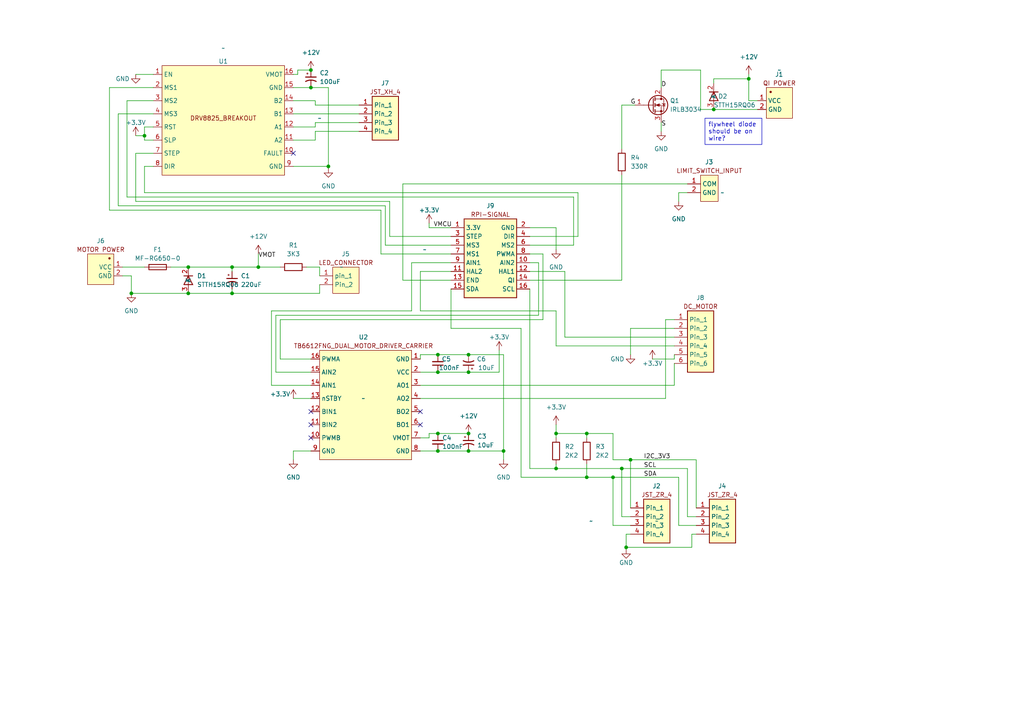
<source format=kicad_sch>
(kicad_sch (version 20230121) (generator eeschema)
  (paper "A4")
  (lib_symbols
    (symbol "1_Bachelors_Symbols:DRV8825_Stepper_Motor_Driver_Carrier"
      (property "Reference" "U" (at 0 17.78 0))
      (symbol "DRV8825_Stepper_Motor_Driver_Carrier_1_1"
        (rectangle (start -17.78 15.24) (end 17.78 -16.51) (fill (type background)))
        (text "DRV8825_BREAKOUT" (at 0 0 0) (effects (font (size 1.27 1.27))))
        (pin input line (at -20.32 12.7 0) (length 2.54) (name "EN") (number "1"))
        (pin input line (at 20.32 -10.16 180) (length 2.54) (name "FAULT") (number "10"))
        (pin input line (at 20.32 -6.35 180) (length 2.54) (name "A2") (number "11"))
        (pin input line (at 20.32 -2.54 180) (length 2.54) (name "A1") (number "12"))
        (pin input line (at 20.32 1.27 180) (length 2.54) (name "B1") (number "13"))
        (pin input line (at 20.32 5.08 180) (length 2.54) (name "B2") (number "14"))
        (pin power_in line (at 20.32 8.89 180) (length 2.54) (name "GND") (number "15"))
        (pin input line (at 20.32 12.7 180) (length 2.54) (name "VMOT") (number "16"))
        (pin input line (at -20.32 8.89 0) (length 2.54) (name "MS1") (number "2"))
        (pin input line (at -20.32 5.08 0) (length 2.54) (name "MS2") (number "3"))
        (pin input line (at -20.32 1.27 0) (length 2.54) (name "MS3") (number "4"))
        (pin input line (at -20.32 -2.54 0) (length 2.54) (name "RST") (number "5"))
        (pin input line (at -20.32 -6.35 0) (length 2.54) (name "SLP") (number "6"))
        (pin input line (at -20.32 -10.16 0) (length 2.54) (name "STEP") (number "7"))
        (pin input line (at -20.32 -13.97 0) (length 2.54) (name "DIR") (number "8"))
        (pin power_in line (at 20.32 -13.97 180) (length 2.54) (name "GND") (number "9"))
      )
    )
    (symbol "1_Bachelors_Symbols:Diode_D2PAK"
      (property "Reference" "D" (at 0 2.54 0))
      (symbol "Diode_D2PAK_0_1"
        (polyline (pts (xy -1.27 1.27) (xy -1.27 -1.27)) (stroke (width 0.254)))
        (polyline (pts (xy 1.27 0) (xy -1.27 0)))
        (polyline (pts (xy 1.27 1.27) (xy 1.27 -1.27) (xy -1.27 0) (xy 1.27 1.27)) (stroke (width 0.254)))
      )
      (symbol "Diode_D2PAK_1_1"
        (pin passive line (at -3.81 0 0) (length 2.54) (name "K") (number "2"))
        (pin passive line (at 3.81 0 180) (length 2.54) (name "A") (number "3"))
      )
    )
    (symbol "1_Bachelors_Symbols:JL129-50002G01"
      (property "Reference" "JP" (at 0 8.89 0))
      (symbol "JL129-50002G01_1_1"
        (rectangle (start -3.81 5.08) (end 3.81 -3.81) (fill (type background)))
        (circle (center 2.54 3.81) (radius 0.254) (fill (type outline)))
        (text "MOTOR POWER\n" (at 0 6.35 0) (effects (font (size 1.27 1.27))))
        (pin power_in line (at 6.35 1.27 180) (length 2.54) (name "VCC") (number "1"))
        (pin power_in line (at 6.35 -1.27 180) (length 2.54) (name "GND") (number "2"))
      )
    )
    (symbol "1_Bachelors_Symbols:JP5"
      (property "Reference" "J" (at 0 12.7 0))
      (symbol "JP5_1_1"
        (rectangle (start -3.81 8.89) (end 3.81 -8.89) (stroke (width 0.254)) (fill (type background)))
        (text "DC_MOTOR" (at 0 10.16 0) (effects (font (size 1.27 1.27))))
        (pin passive line (at -7.62 6.35 0) (length 3.81) (name "Pin_1") (number "1"))
        (pin passive line (at -7.62 3.81 0) (length 3.81) (name "Pin_2") (number "2"))
        (pin passive line (at -7.62 1.27 0) (length 3.81) (name "Pin_3") (number "3"))
        (pin passive line (at -7.62 -1.27 0) (length 3.81) (name "Pin_4") (number "4"))
        (pin passive line (at -7.62 -3.81 0) (length 3.81) (name "Pin_5") (number "5"))
        (pin passive line (at -7.62 -6.35 0) (length 3.81) (name "Pin_6") (number "6"))
      )
    )
    (symbol "1_Bachelors_Symbols:JST_VH_4"
      (property "Reference" "J" (at 0 10.16 0))
      (symbol "JST_VH_4_1_1"
        (rectangle (start -3.81 6.35) (end 3.81 -6.35) (stroke (width 0.254)) (fill (type background)))
        (text "JST_ZR_4\n" (at 0 7.62 0) (effects (font (size 1.27 1.27))))
        (pin passive line (at -7.62 3.81 0) (length 3.81) (name "Pin_1") (number "1"))
        (pin passive line (at -7.62 1.27 0) (length 3.81) (name "Pin_2") (number "2"))
        (pin passive line (at -7.62 -1.27 0) (length 3.81) (name "Pin_3") (number "3"))
        (pin passive line (at -7.62 -3.81 0) (length 3.81) (name "Pin_4") (number "4"))
      )
    )
    (symbol "1_Bachelors_Symbols:JST_XH_4"
      (property "Reference" "J" (at 0 10.16 0))
      (symbol "JST_XH_4_1_1"
        (rectangle (start -3.81 6.35) (end 3.81 -6.35) (stroke (width 0.254)) (fill (type background)))
        (text "JST_XH_4\n" (at 0 7.62 0) (effects (font (size 1.27 1.27))))
        (pin passive line (at -7.62 3.81 0) (length 3.81) (name "Pin_1") (number "1"))
        (pin passive line (at -7.62 1.27 0) (length 3.81) (name "Pin_2") (number "2"))
        (pin passive line (at -7.62 -1.27 0) (length 3.81) (name "Pin_3") (number "3"))
        (pin passive line (at -7.62 -3.81 0) (length 3.81) (name "Pin_4") (number "4"))
      )
    )
    (symbol "1_Bachelors_Symbols:LED_Connector"
      (property "Reference" "J" (at 0 7.62 0))
      (symbol "LED_Connector_1_1"
        (rectangle (start -3.81 3.81) (end 3.81 -3.81) (fill (type background)))
        (text "LED_CONNECTOR" (at 0 5.08 0) (effects (font (size 1.27 1.27))))
        (pin passive line (at -7.62 1.27 0) (length 3.81) (name "pin_1") (number "1"))
        (pin passive line (at -7.62 -1.27 0) (length 3.81) (name "Pin_2") (number "2"))
      )
    )
    (symbol "1_Bachelors_Symbols:Limit_switch_input"
      (property "Reference" "J" (at 0 7.62 0))
      (symbol "Limit_switch_input_1_1"
        (rectangle (start -2.54 3.81) (end 2.54 -3.81) (fill (type background)))
        (text "LIMIT_SWITCH_INPUT" (at 0 5.08 0) (effects (font (size 1.27 1.27))))
        (pin input line (at -6.35 1.27 0) (length 3.81) (name "COM") (number "1"))
        (pin power_in line (at -6.35 -1.27 0) (length 3.81) (name "GND") (number "2"))
      )
    )
    (symbol "1_Bachelors_Symbols:PH{colon}2.54MM 2*6P"
      (property "Reference" "J" (at 0 12.7 0))
      (symbol "PH{colon}2.54MM 2*6P_1_1"
        (rectangle (start -7.62 8.89) (end 7.62 -13.97) (stroke (width 0.254)) (fill (type background)))
        (text "RPI-SIGNAL" (at 0 10.16 0) (effects (font (size 1.27 1.27))))
        (pin power_in line (at -11.43 6.35 0) (length 3.81) (name "3.3V") (number "1"))
        (pin passive line (at 11.43 -3.81 180) (length 3.81) (name "AIN2") (number "10"))
        (pin passive line (at -11.43 -6.35 0) (length 3.81) (name "HAL2") (number "11"))
        (pin passive line (at 11.43 -6.35 180) (length 3.81) (name "HAL1") (number "12"))
        (pin passive line (at -11.43 -8.89 0) (length 3.81) (name "END") (number "13"))
        (pin passive line (at 11.43 -8.89 180) (length 3.81) (name "QI") (number "14"))
        (pin passive line (at -11.43 -11.43 0) (length 3.81) (name "SDA") (number "15"))
        (pin passive line (at 11.43 -11.43 180) (length 3.81) (name "SCL") (number "16"))
        (pin power_in line (at 11.43 6.35 180) (length 3.81) (name "GND") (number "2"))
        (pin passive line (at -11.43 3.81 0) (length 3.81) (name "STEP") (number "3"))
        (pin passive line (at 11.43 3.81 180) (length 3.81) (name "DIR") (number "4"))
        (pin passive line (at -11.43 1.27 0) (length 3.81) (name "MS3") (number "5"))
        (pin passive line (at 11.43 1.27 180) (length 3.81) (name "MS2") (number "6"))
        (pin passive line (at -11.43 -1.27 0) (length 3.81) (name "MS1") (number "7"))
        (pin passive line (at 11.43 -1.27 180) (length 3.81) (name "PWMA") (number "8"))
        (pin passive line (at -11.43 -3.81 0) (length 3.81) (name "AIN1") (number "9"))
      )
    )
    (symbol "1_Bachelors_Symbols:QI-POWER"
      (property "Reference" "J" (at 0 8.89 0))
      (symbol "QI-POWER_1_1"
        (rectangle (start -3.81 3.81) (end 3.81 -5.08) (fill (type background)))
        (circle (center 2.54 2.54) (radius 0.254) (fill (type outline)))
        (text "QI POWER\n" (at 0 5.08 0) (effects (font (size 1.27 1.27))))
        (pin power_in line (at 6.35 0 180) (length 2.54) (name "VCC") (number "1"))
        (pin power_in line (at 6.35 -2.54 180) (length 2.54) (name "GND") (number "2"))
      )
    )
    (symbol "1_Bachelors_Symbols:TB6612FNG_DUAL_MOTOR_DRIVER_CARRIER"
      (property "Reference" "U" (at 0 19.05 0))
      (symbol "TB6612FNG_DUAL_MOTOR_DRIVER_CARRIER_1_1"
        (rectangle (start -12.7 15.24) (end 13.97 -16.51) (fill (type background)))
        (text "TB6612FNG_DUAL_MOTOR_DRIVER_CARRIER" (at 0 16.51 0) (effects (font (size 1.27 1.27))))
        (pin power_in line (at 16.51 12.7 180) (length 2.54) (name "GND") (number "1"))
        (pin input line (at -15.24 -10.16 0) (length 2.54) (name "PWMB") (number "10"))
        (pin input line (at -15.24 -6.35 0) (length 2.54) (name "BIN2") (number "11"))
        (pin input line (at -15.24 -2.54 0) (length 2.54) (name "BIN1") (number "12"))
        (pin input line (at -15.24 1.27 0) (length 2.54) (name "nSTBY") (number "13"))
        (pin input line (at -15.24 5.08 0) (length 2.54) (name "AIN1") (number "14"))
        (pin input line (at -15.24 8.89 0) (length 2.54) (name "AIN2") (number "15"))
        (pin input line (at -15.24 12.7 0) (length 2.54) (name "PWMA") (number "16"))
        (pin power_in line (at 16.51 8.89 180) (length 2.54) (name "VCC") (number "2"))
        (pin input line (at 16.51 5.08 180) (length 2.54) (name "AO1") (number "3"))
        (pin input line (at 16.51 1.27 180) (length 2.54) (name "AO2") (number "4"))
        (pin input line (at 16.51 -2.54 180) (length 2.54) (name "BO2") (number "5"))
        (pin input line (at 16.51 -6.35 180) (length 2.54) (name "BO1") (number "6"))
        (pin power_in line (at 16.51 -10.16 180) (length 2.54) (name "VMOT") (number "7"))
        (pin power_in line (at 16.51 -13.97 180) (length 2.54) (name "GND") (number "8"))
        (pin power_in line (at -15.24 -13.97 0) (length 2.54) (name "GND") (number "9"))
      )
    )
    (symbol "Device:C_Polarized_Small_US" (pin_numbers hide) (pin_names (offset 0.254) hide)
      (property "Reference" "C" (at 0.254 1.778 0))
      (property "Value" "C_Polarized_Small_US" (at 0.254 -2.032 0))
      (symbol "C_Polarized_Small_US_0_1"
        (polyline (pts (xy -1.524 0.508) (xy 1.524 0.508)) (stroke (width 0.3048)))
        (polyline (pts (xy -1.27 1.524) (xy -0.762 1.524)))
        (polyline (pts (xy -1.016 1.27) (xy -1.016 1.778)))
        (arc (start 1.524 -0.762) (mid 0 -0.3734) (end -1.524 -0.762) (stroke (width 0.3048)))
      )
      (symbol "C_Polarized_Small_US_1_1"
        (pin passive line (at 0 2.54 270) (length 2.032) (name "~") (number "1"))
        (pin passive line (at 0 -2.54 90) (length 2.032) (name "~") (number "2"))
      )
    )
    (symbol "Device:C_Small" (pin_numbers hide) (pin_names (offset 0.254) hide)
      (property "Reference" "C" (at 0.254 1.778 0))
      (property "Value" "C_Small" (at 0.254 -2.032 0))
      (symbol "C_Small_0_1"
        (polyline (pts (xy -1.524 -0.508) (xy 1.524 -0.508)) (stroke (width 0.3302)))
        (polyline (pts (xy -1.524 0.508) (xy 1.524 0.508)) (stroke (width 0.3048)))
      )
      (symbol "C_Small_1_1"
        (pin passive line (at 0 2.54 270) (length 2.032) (name "~") (number "1"))
        (pin passive line (at 0 -2.54 90) (length 2.032) (name "~") (number "2"))
      )
    )
    (symbol "Device:Fuse" (pin_numbers hide) (pin_names (offset 0))
      (property "Reference" "F" (at 2.032 0 90))
      (property "Value" "Fuse" (at -1.905 0 90))
      (symbol "Fuse_0_1"
        (rectangle (start -0.762 -2.54) (end 0.762 2.54) (stroke (width 0.254)))
        (polyline (pts (xy 0 2.54) (xy 0 -2.54)))
      )
      (symbol "Fuse_1_1"
        (pin passive line (at 0 3.81 270) (length 1.27) (name "~") (number "1"))
        (pin passive line (at 0 -3.81 90) (length 1.27) (name "~") (number "2"))
      )
    )
    (symbol "Device:R" (pin_numbers hide) (pin_names (offset 0))
      (property "Reference" "R" (at 2.032 0 90))
      (property "Value" "R" (at 0 0 90))
      (symbol "R_0_1"
        (rectangle (start -1.016 -2.54) (end 1.016 2.54) (stroke (width 0.254)))
      )
      (symbol "R_1_1"
        (pin passive line (at 0 3.81 270) (length 1.27) (name "~") (number "1"))
        (pin passive line (at 0 -3.81 90) (length 1.27) (name "~") (number "2"))
      )
    )
    (symbol "Transistor_FET:IRF540N" (pin_names hide)
      (property "Reference" "Q" (at 5.08 1.905 0))
      (property "Value" "IRF540N" (at 5.08 0 0))
      (symbol "IRF540N_0_1"
        (polyline (pts (xy 0.254 0) (xy -2.54 0)))
        (polyline (pts (xy 0.254 1.905) (xy 0.254 -1.905)) (stroke (width 0.254)))
        (polyline (pts (xy 0.762 -1.27) (xy 0.762 -2.286)) (stroke (width 0.254)))
        (polyline (pts (xy 0.762 0.508) (xy 0.762 -0.508)) (stroke (width 0.254)))
        (polyline (pts (xy 0.762 2.286) (xy 0.762 1.27)) (stroke (width 0.254)))
        (polyline (pts (xy 2.54 2.54) (xy 2.54 1.778)))
        (polyline (pts (xy 2.54 -2.54) (xy 2.54 0) (xy 0.762 0)))
        (polyline (pts (xy 0.762 -1.778) (xy 3.302 -1.778) (xy 3.302 1.778) (xy 0.762 1.778)))
        (polyline (pts (xy 1.016 0) (xy 2.032 0.381) (xy 2.032 -0.381) (xy 1.016 0)) (fill (type outline)))
        (polyline (pts (xy 2.794 0.508) (xy 2.921 0.381) (xy 3.683 0.381) (xy 3.81 0.254)))
        (polyline (pts (xy 3.302 0.381) (xy 2.921 -0.254) (xy 3.683 -0.254) (xy 3.302 0.381)))
        (circle (center 1.651 0) (radius 2.794) (stroke (width 0.254)))
        (circle (center 2.54 -1.778) (radius 0.254) (fill (type outline)))
        (circle (center 2.54 1.778) (radius 0.254) (fill (type outline)))
      )
      (symbol "IRF540N_1_1"
        (pin input line (at -5.08 0 0) (length 2.54) (name "G") (number "1"))
        (pin passive line (at 2.54 5.08 270) (length 2.54) (name "D") (number "2"))
        (pin passive line (at 2.54 -5.08 90) (length 2.54) (name "S") (number "3"))
      )
    )
    (symbol "power:+12V" (power) (pin_names (offset 0))
      (property "Value" "+12V" (at 0 3.556 0))
      (symbol "+12V_0_1"
        (polyline (pts (xy -0.762 1.27) (xy 0 2.54)))
        (polyline (pts (xy 0 0) (xy 0 2.54)))
        (polyline (pts (xy 0 2.54) (xy 0.762 1.27)))
      )
      (symbol "+12V_1_1"
        (pin power_in line (at 0 0 90) (length 0) hide (name "+12V") (number "1"))
      )
    )
    (symbol "power:+3.3V" (power) (pin_names (offset 0))
      (property "Value" "+3.3V" (at 0 3.556 0))
      (symbol "+3.3V_0_1"
        (polyline (pts (xy -0.762 1.27) (xy 0 2.54)))
        (polyline (pts (xy 0 0) (xy 0 2.54)))
        (polyline (pts (xy 0 2.54) (xy 0.762 1.27)))
      )
      (symbol "+3.3V_1_1"
        (pin power_in line (at 0 0 90) (length 0) hide (name "+3.3V") (number "1"))
      )
    )
    (symbol "power:GND" (power) (pin_names (offset 0))
      (property "Value" "GND" (at 0 -3.81 0))
      (symbol "GND_0_1"
        (polyline (pts (xy 0 0) (xy 0 -1.27) (xy 1.27 -1.27) (xy 0 -2.54) (xy -1.27 -1.27) (xy 0 -1.27)))
      )
      (symbol "GND_1_1"
        (pin power_in line (at 0 0 270) (length 0) hide (name "GND") (number "1"))
      )
    )
  )
  (junction (at 127 102.87))
  (junction (at 170.18 125.73))
  (junction (at 161.29 125.73))
  (junction (at 74.93 77.47))
  (junction (at 127 107.95))
  (junction (at 146.05 130.81))
  (junction (at 135.89 125.73))
  (junction (at 217.17 22.86))
  (junction (at 90.17 25.4))
  (junction (at 54.61 85.09))
  (junction (at 95.25 48.26))
  (junction (at 177.8 138.43))
  (junction (at 180.34 135.89))
  (junction (at 90.17 20.32))
  (junction (at 135.89 130.81))
  (junction (at 41.91 39.37))
  (junction (at 135.89 107.95))
  (junction (at 135.89 102.87))
  (junction (at 170.18 138.43))
  (junction (at 54.61 77.47))
  (junction (at 181.61 158.75))
  (junction (at 182.88 133.35))
  (junction (at 127 125.73))
  (junction (at 207.01 31.75))
  (junction (at 67.31 85.09))
  (junction (at 161.29 135.89))
  (junction (at 127 130.81))
  (junction (at 67.31 77.47))
  (junction (at 38.1 85.09))
  (no_connect (at 85.09 44.45))
  (no_connect (at 90.17 119.38))
  (no_connect (at 121.92 119.38))
  (no_connect (at 121.92 123.19))
  (no_connect (at 90.17 123.19))
  (no_connect (at 90.17 127))
  (wire (pts (xy 144.78 101.6) (xy 144.78 107.95)))
  (wire (pts (xy 31.75 25.4) (xy 44.45 25.4)))
  (wire (pts (xy 201.93 133.35) (xy 201.93 147.32)))
  (wire (pts (xy 121.92 130.81) (xy 127 130.81)))
  (wire (pts (xy 85.09 48.26) (xy 95.25 48.26)))
  (wire (pts (xy 41.91 36.83) (xy 44.45 36.83)))
  (wire (pts (xy 85.09 25.4) (xy 90.17 25.4)))
  (wire (pts (xy 161.29 125.73) (xy 170.18 125.73)))
  (wire (pts (xy 170.18 138.43) (xy 177.8 138.43)))
  (wire (pts (xy 116.84 53.34) (xy 199.39 53.34)))
  (wire (pts (xy 161.29 100.33) (xy 161.29 90.17)))
  (wire (pts (xy 67.31 77.47) (xy 74.93 77.47)))
  (wire (pts (xy 180.34 149.86) (xy 180.34 135.89)))
  (wire (pts (xy 163.83 78.74) (xy 153.67 78.74)))
  (wire (pts (xy 182.88 149.86) (xy 180.34 149.86)))
  (wire (pts (xy 104.14 38.1) (xy 91.44 38.1)))
  (wire (pts (xy 203.2 31.75) (xy 207.01 31.75)))
  (wire (pts (xy 39.37 39.37) (xy 41.91 39.37)))
  (wire (pts (xy 127 102.87) (xy 135.89 102.87)))
  (wire (pts (xy 111.76 71.12) (xy 130.81 71.12)))
  (wire (pts (xy 182.88 102.87) (xy 182.88 95.25)))
  (wire (pts (xy 182.88 133.35) (xy 182.88 147.32)))
  (wire (pts (xy 177.8 133.35) (xy 182.88 133.35)))
  (wire (pts (xy 119.38 76.2) (xy 130.81 76.2)))
  (wire (pts (xy 200.66 154.94) (xy 200.66 158.75)))
  (wire (pts (xy 39.37 44.45) (xy 39.37 58.42)))
  (wire (pts (xy 54.61 77.47) (xy 67.31 77.47)))
  (wire (pts (xy 127 107.95) (xy 135.89 107.95)))
  (wire (pts (xy 86.36 20.32) (xy 86.36 21.59)))
  (wire (pts (xy 121.92 78.74) (xy 130.81 78.74)))
  (wire (pts (xy 121.92 127) (xy 124.46 127)))
  (wire (pts (xy 144.78 107.95) (xy 135.89 107.95)))
  (wire (pts (xy 116.84 81.28) (xy 130.81 81.28)))
  (wire (pts (xy 180.34 81.28) (xy 153.67 81.28)))
  (wire (pts (xy 41.91 48.26) (xy 41.91 55.88)))
  (wire (pts (xy 157.48 92.71) (xy 81.28 92.71)))
  (wire (pts (xy 31.75 60.96) (xy 31.75 25.4)))
  (wire (pts (xy 177.8 125.73) (xy 177.8 133.35)))
  (wire (pts (xy 191.77 20.32) (xy 191.77 25.4)))
  (wire (pts (xy 153.67 135.89) (xy 161.29 135.89)))
  (wire (pts (xy 219.71 29.21) (xy 217.17 29.21)))
  (wire (pts (xy 196.85 152.4) (xy 201.93 152.4)))
  (wire (pts (xy 130.81 95.25) (xy 151.13 95.25)))
  (wire (pts (xy 217.17 21.59) (xy 217.17 22.86)))
  (wire (pts (xy 166.37 57.15) (xy 166.37 71.12)))
  (wire (pts (xy 161.29 90.17) (xy 121.92 90.17)))
  (wire (pts (xy 91.44 36.83) (xy 85.09 36.83)))
  (wire (pts (xy 181.61 159.385) (xy 181.61 158.75)))
  (wire (pts (xy 177.8 152.4) (xy 177.8 138.43)))
  (wire (pts (xy 196.85 55.88) (xy 196.85 58.42)))
  (wire (pts (xy 38.1 80.01) (xy 35.56 80.01)))
  (wire (pts (xy 217.17 29.21) (xy 217.17 22.86)))
  (wire (pts (xy 34.29 33.02) (xy 34.29 59.69)))
  (wire (pts (xy 95.25 48.895) (xy 95.25 48.26)))
  (wire (pts (xy 88.9 77.47) (xy 92.71 77.47)))
  (wire (pts (xy 130.81 68.58) (xy 113.03 68.58)))
  (wire (pts (xy 182.88 95.25) (xy 195.58 95.25)))
  (wire (pts (xy 92.71 82.55) (xy 92.71 85.09)))
  (wire (pts (xy 207.01 22.86) (xy 207.01 24.13)))
  (wire (pts (xy 81.28 104.14) (xy 90.17 104.14)))
  (wire (pts (xy 44.45 29.21) (xy 36.83 29.21)))
  (wire (pts (xy 85.09 130.81) (xy 90.17 130.81)))
  (wire (pts (xy 151.13 95.25) (xy 151.13 138.43)))
  (wire (pts (xy 177.8 138.43) (xy 196.85 138.43)))
  (wire (pts (xy 184.15 30.48) (xy 180.34 30.48)))
  (wire (pts (xy 80.01 91.44) (xy 80.01 107.95)))
  (wire (pts (xy 116.84 81.28) (xy 116.84 53.34)))
  (wire (pts (xy 67.31 85.09) (xy 92.71 85.09)))
  (wire (pts (xy 135.89 102.87) (xy 146.05 102.87)))
  (wire (pts (xy 180.34 50.8) (xy 180.34 81.28)))
  (wire (pts (xy 95.25 25.4) (xy 90.17 25.4)))
  (wire (pts (xy 195.58 92.71) (xy 193.04 92.71)))
  (wire (pts (xy 181.61 154.94) (xy 182.88 154.94)))
  (wire (pts (xy 119.38 90.17) (xy 119.38 76.2)))
  (wire (pts (xy 195.58 100.33) (xy 161.29 100.33)))
  (wire (pts (xy 49.53 77.47) (xy 54.61 77.47)))
  (wire (pts (xy 201.93 149.86) (xy 199.39 149.86)))
  (wire (pts (xy 95.25 25.4) (xy 95.25 48.26)))
  (wire (pts (xy 54.61 85.09) (xy 67.31 85.09)))
  (wire (pts (xy 113.03 58.42) (xy 39.37 58.42)))
  (wire (pts (xy 203.2 20.32) (xy 191.77 20.32)))
  (wire (pts (xy 41.91 40.64) (xy 41.91 39.37)))
  (wire (pts (xy 207.01 31.75) (xy 219.71 31.75)))
  (wire (pts (xy 161.29 127) (xy 161.29 125.73)))
  (wire (pts (xy 167.64 68.58) (xy 167.64 55.88)))
  (wire (pts (xy 195.58 105.41) (xy 195.58 111.76)))
  (wire (pts (xy 36.83 29.21) (xy 36.83 57.15)))
  (wire (pts (xy 110.49 73.66) (xy 110.49 60.96)))
  (wire (pts (xy 153.67 68.58) (xy 167.64 68.58)))
  (wire (pts (xy 153.67 66.04) (xy 161.29 66.04)))
  (wire (pts (xy 92.71 77.47) (xy 92.71 80.01)))
  (wire (pts (xy 151.13 138.43) (xy 170.18 138.43)))
  (wire (pts (xy 81.28 92.71) (xy 81.28 104.14)))
  (wire (pts (xy 130.81 73.66) (xy 110.49 73.66)))
  (wire (pts (xy 195.58 104.14) (xy 195.58 102.87)))
  (wire (pts (xy 170.18 127) (xy 170.18 125.73)))
  (wire (pts (xy 146.05 133.35) (xy 146.05 130.81)))
  (wire (pts (xy 38.1 85.09) (xy 38.1 80.01)))
  (wire (pts (xy 91.44 29.21) (xy 85.09 29.21)))
  (wire (pts (xy 124.46 125.73) (xy 127 125.73)))
  (wire (pts (xy 199.39 149.86) (xy 199.39 135.89)))
  (wire (pts (xy 182.88 133.35) (xy 201.93 133.35)))
  (wire (pts (xy 193.04 115.57) (xy 121.92 115.57)))
  (wire (pts (xy 121.92 102.87) (xy 127 102.87)))
  (wire (pts (xy 127 130.81) (xy 135.89 130.81)))
  (wire (pts (xy 34.29 59.69) (xy 111.76 59.69)))
  (wire (pts (xy 167.64 55.88) (xy 41.91 55.88)))
  (wire (pts (xy 130.81 66.04) (xy 124.46 66.04)))
  (wire (pts (xy 91.44 40.64) (xy 85.09 40.64)))
  (wire (pts (xy 193.04 92.71) (xy 193.04 115.57)))
  (wire (pts (xy 146.05 102.87) (xy 146.05 130.81)))
  (wire (pts (xy 153.67 83.82) (xy 153.67 135.89)))
  (wire (pts (xy 104.14 30.48) (xy 91.44 30.48)))
  (wire (pts (xy 91.44 30.48) (xy 91.44 29.21)))
  (wire (pts (xy 182.88 152.4) (xy 177.8 152.4)))
  (wire (pts (xy 113.03 68.58) (xy 113.03 58.42)))
  (wire (pts (xy 39.37 21.59) (xy 44.45 21.59)))
  (wire (pts (xy 124.46 66.04) (xy 124.46 64.77)))
  (wire (pts (xy 203.2 31.75) (xy 203.2 20.32)))
  (wire (pts (xy 121.92 104.14) (xy 121.92 102.87)))
  (wire (pts (xy 195.58 111.76) (xy 121.92 111.76)))
  (wire (pts (xy 207.01 22.86) (xy 217.17 22.86)))
  (wire (pts (xy 67.31 77.47) (xy 67.31 78.74)))
  (wire (pts (xy 163.83 97.79) (xy 163.83 78.74)))
  (wire (pts (xy 121.92 107.95) (xy 127 107.95)))
  (wire (pts (xy 78.74 111.76) (xy 78.74 90.17)))
  (wire (pts (xy 85.09 115.57) (xy 90.17 115.57)))
  (wire (pts (xy 90.17 111.76) (xy 78.74 111.76)))
  (wire (pts (xy 181.61 158.75) (xy 181.61 154.94)))
  (wire (pts (xy 170.18 125.73) (xy 177.8 125.73)))
  (wire (pts (xy 36.83 57.15) (xy 166.37 57.15)))
  (wire (pts (xy 153.67 71.12) (xy 166.37 71.12)))
  (wire (pts (xy 121.92 78.74) (xy 121.92 90.17)))
  (wire (pts (xy 196.85 55.88) (xy 199.39 55.88)))
  (wire (pts (xy 196.85 138.43) (xy 196.85 152.4)))
  (wire (pts (xy 124.46 127) (xy 124.46 125.73)))
  (wire (pts (xy 91.44 35.56) (xy 91.44 36.83)))
  (wire (pts (xy 156.21 91.44) (xy 80.01 91.44)))
  (wire (pts (xy 170.18 134.62) (xy 170.18 138.43)))
  (wire (pts (xy 161.29 123.19) (xy 161.29 125.73)))
  (wire (pts (xy 157.48 73.66) (xy 157.48 92.71)))
  (wire (pts (xy 85.09 33.02) (xy 104.14 33.02)))
  (wire (pts (xy 161.29 135.89) (xy 180.34 135.89)))
  (wire (pts (xy 80.01 107.95) (xy 90.17 107.95)))
  (wire (pts (xy 199.39 135.89) (xy 180.34 135.89)))
  (wire (pts (xy 35.56 77.47) (xy 41.91 77.47)))
  (wire (pts (xy 153.67 76.2) (xy 156.21 76.2)))
  (wire (pts (xy 161.29 134.62) (xy 161.29 135.89)))
  (wire (pts (xy 181.61 158.75) (xy 200.66 158.75)))
  (wire (pts (xy 153.67 73.66) (xy 157.48 73.66)))
  (wire (pts (xy 127 125.73) (xy 135.89 125.73)))
  (wire (pts (xy 67.31 83.82) (xy 67.31 85.09)))
  (wire (pts (xy 189.23 104.14) (xy 195.58 104.14)))
  (wire (pts (xy 156.21 76.2) (xy 156.21 91.44)))
  (wire (pts (xy 44.45 33.02) (xy 34.29 33.02)))
  (wire (pts (xy 191.77 35.56) (xy 191.77 38.1)))
  (wire (pts (xy 161.29 66.04) (xy 161.29 72.39)))
  (wire (pts (xy 74.93 77.47) (xy 81.28 77.47)))
  (wire (pts (xy 90.17 20.32) (xy 86.36 20.32)))
  (wire (pts (xy 200.66 154.94) (xy 201.93 154.94)))
  (wire (pts (xy 180.34 30.48) (xy 180.34 43.18)))
  (wire (pts (xy 78.74 90.17) (xy 119.38 90.17)))
  (wire (pts (xy 44.45 40.64) (xy 41.91 40.64)))
  (wire (pts (xy 195.58 97.79) (xy 163.83 97.79)))
  (wire (pts (xy 110.49 60.96) (xy 31.75 60.96)))
  (wire (pts (xy 39.37 44.45) (xy 44.45 44.45)))
  (wire (pts (xy 38.1 85.09) (xy 54.61 85.09)))
  (wire (pts (xy 111.76 59.69) (xy 111.76 71.12)))
  (wire (pts (xy 130.81 83.82) (xy 130.81 95.25)))
  (wire (pts (xy 41.91 39.37) (xy 41.91 36.83)))
  (wire (pts (xy 85.09 21.59) (xy 86.36 21.59)))
  (wire (pts (xy 74.93 73.66) (xy 74.93 77.47)))
  (wire (pts (xy 104.14 35.56) (xy 91.44 35.56)))
  (wire (pts (xy 91.44 38.1) (xy 91.44 40.64)))
  (wire (pts (xy 85.09 133.35) (xy 85.09 130.81)))
  (wire (pts (xy 135.89 130.81) (xy 146.05 130.81)))
  (wire (pts (xy 41.91 48.26) (xy 44.45 48.26)))
  (text_box "flywheel diode\nshould be on wire?" (at 204.47 34.29 0) (size 16.51 7.62) (effects (font (size 1.27 1.27)) (justify left top)))
  (label "I2C_3V3" (at 186.69 133.35 0))
  (label "D" (at 191.77 25.4 0))
  (label "SDA" (at 186.69 138.43 0))
  (label "SCL" (at 186.69 135.89 0))
  (label "G" (at 182.88 30.48 0))
  (label "VMCU" (at 125.73 66.04 0))
  (label "S" (at 191.77 36.83 0))
  (label "VMOT" (at 74.93 74.93 0))
  (symbol (lib_id "power:+3.3V") (at 189.23 104.14 0) (unit 1)
    (property "Reference" "#PWR016" (effects hide))
    (property "Value" "+3.3V" (at 189.23 105.41 0))
  )
  (symbol (lib_id "1_Bachelors_Symbols:JL129-50002G01") (at 29.21 78.74 0) (unit 1)
    (property "Reference" "J6" (at 29.21 69.85 0))
    (property "Value" "~" (at 31.75 78.74 0))
    (property "Footprint" "2_Bachelors_footprints:LP127" (effects hide))
  )
  (symbol (lib_id "power:GND") (at 191.77 38.1 0) (unit 1)
    (property "Reference" "#PWR07" (effects hide))
    (property "Value" "GND" (at 191.77 43.18 0))
  )
  (symbol (lib_id "Device:C_Polarized_Small_US") (at 135.89 128.27 0) (unit 1)
    (property "Reference" "C3" (at 138.43 126.5682 0) (effects (justify left)))
    (property "Value" "10uF" (at 138.43 129.1082 0) (effects (justify left)))
    (property "Footprint" "Capacitor_SMD:CP_Elec_6.3x4.5" (effects hide))
  )
  (symbol (lib_id "power:GND") (at 161.29 72.39 0) (unit 1)
    (property "Reference" "#PWR03" (effects hide))
    (property "Value" "GND" (at 161.29 77.47 0))
  )
  (symbol (lib_id "Transistor_FET:IRF540N") (at 189.23 30.48 0) (unit 1)
    (property "Reference" "Q1" (at 194.31 29.21 0) (effects (justify left)))
    (property "Value" "IRLB3034" (at 194.31 31.75 0) (effects (justify left)))
    (property "Footprint" "2_Bachelors_footprints:IRF520N" (effects hide))
    (property "Datasheet" "http://www.irf.com/product-info/datasheets/data/irf540n.pdf" (effects hide))
  )
  (symbol (lib_id "Device:C_Polarized_Small_US") (at 135.89 105.41 180) (unit 1)
    (property "Reference" "C6" (at 140.97 104.14 0) (effects (justify left)))
    (property "Value" "10uF" (at 143.51 106.68 0) (effects (justify left)))
    (property "Footprint" "Capacitor_SMD:CP_Elec_6.3x4.5" (effects hide))
  )
  (symbol (lib_id "Device:R") (at 161.29 130.81 0) (unit 1)
    (property "Reference" "R2" (at 163.83 129.54 0) (effects (justify left)))
    (property "Value" "2K2" (at 163.83 132.08 0) (effects (justify left)))
    (property "Footprint" "Resistor_SMD:R_1210_3225Metric_Pad1.30x2.65mm_HandSolder" (effects hide))
  )
  (symbol (lib_id "1_Bachelors_Symbols:JST_VH_4") (at 190.5 151.13 0) (unit 1)
    (property "Reference" "J2" (at 189.23 140.97 0) (effects (justify left)))
    (property "Value" "~" (at 171.45 151.13 0))
    (property "Footprint" "2_Bachelors_footprints:CONN_B4B-ZRLFSN_JST" (effects hide))
  )
  (symbol (lib_id "power:GND") (at 146.05 133.35 0) (unit 1)
    (property "Reference" "#PWR05" (effects hide))
    (property "Value" "GND" (at 146.05 138.43 0))
  )
  (symbol (lib_id "power:+12V") (at 90.17 20.32 0) (unit 1)
    (property "Reference" "#PWR02" (effects hide))
    (property "Value" "+12V" (at 90.17 15.24 0))
  )
  (symbol (lib_id "power:+3.3V") (at 39.37 39.37 0) (unit 1)
    (property "Reference" "#PWR014" (effects hide))
    (property "Value" "+3.3V" (at 39.37 35.56 0))
  )
  (symbol (lib_id "power:GND") (at 85.09 133.35 0) (unit 1)
    (property "Reference" "#PWR06" (effects hide))
    (property "Value" "GND" (at 85.09 138.43 0))
  )
  (symbol (lib_id "power:GND") (at 38.1 85.09 0) (unit 1)
    (property "Reference" "#PWR01" (effects hide))
    (property "Value" "GND" (at 38.1 90.17 0))
  )
  (symbol (lib_id "power:+12V") (at 135.89 125.73 0) (unit 1)
    (property "Reference" "#PWR018" (effects hide))
    (property "Value" "+12V" (at 135.89 120.65 0))
  )
  (symbol (lib_id "Device:C_Small") (at 127 128.27 0) (unit 1)
    (property "Reference" "C4" (at 128.27 127 0) (effects (justify left)))
    (property "Value" "100nF" (at 128.27 129.54 0) (effects (justify left)))
    (property "Footprint" "Capacitor_SMD:C_1210_3225Metric_Pad1.33x2.70mm_HandSolder" (effects hide))
  )
  (symbol (lib_id "1_Bachelors_Symbols:Diode_D2PAK") (at 54.61 81.28 270) (unit 1)
    (property "Reference" "D1" (at 57.15 80.01 90) (effects (justify left)))
    (property "Value" "STTH15RQ06" (at 57.15 82.55 90) (effects (justify left)))
    (property "Footprint" "Package_TO_SOT_SMD:TO-263-2" (effects hide))
    (property "Sim.Device" "D" (effects hide))
    (property "Sim.Pins" "2=K 3=A" (effects hide))
  )
  (symbol (lib_id "Device:R") (at 85.09 77.47 90) (unit 1)
    (property "Reference" "R1" (at 85.09 71.12 90))
    (property "Value" "3K3" (at 85.09 73.66 90))
    (property "Footprint" "Resistor_SMD:R_2512_6332Metric_Pad1.40x3.35mm_HandSolder" (effects hide))
  )
  (symbol (lib_id "Device:C_Polarized_Small_US") (at 90.17 22.86 0) (unit 1)
    (property "Reference" "C2" (at 92.71 21.1582 0) (effects (justify left)))
    (property "Value" "100uF" (at 92.71 23.6982 0) (effects (justify left)))
    (property "Footprint" "Capacitor_SMD:CP_Elec_10x10.5" (effects hide))
  )
  (symbol (lib_id "1_Bachelors_Symbols:JP5") (at 203.2 99.06 0) (unit 1)
    (property "Reference" "J8" (at 201.93 86.36 0) (effects (justify left)))
    (property "Value" "~" (at 204.47 100.33 0))
    (property "Footprint" "2_Bachelors_footprints:CONN_B6B_VH_JST" (effects hide))
  )
  (symbol (lib_id "1_Bachelors_Symbols:JST_VH_4") (at 209.55 151.13 0) (unit 1)
    (property "Reference" "J4" (at 208.28 140.97 0) (effects (justify left)))
    (property "Value" "~" (at 190.5 151.13 0))
    (property "Footprint" "2_Bachelors_footprints:CONN_B4B-ZRLFSN_JST" (effects hide))
  )
  (symbol (lib_id "power:GND") (at 181.61 159.385 0) (unit 1)
    (property "Reference" "#PWR022" (effects hide))
    (property "Value" "GND" (at 181.61 163.195 0))
  )
  (symbol (lib_id "Device:R") (at 180.34 46.99 180) (unit 1)
    (property "Reference" "R4" (at 182.88 45.72 0) (effects (justify right)))
    (property "Value" "330R" (at 182.88 48.26 0) (effects (justify right)))
    (property "Footprint" "Resistor_SMD:R_1210_3225Metric_Pad1.30x2.65mm_HandSolder" (effects hide))
  )
  (symbol (lib_id "power:GND") (at 95.25 48.895 0) (unit 1)
    (property "Reference" "#PWR04" (effects hide))
    (property "Value" "GND" (at 95.25 53.975 0))
  )
  (symbol (lib_id "power:GND") (at 196.85 58.42 0) (unit 1)
    (property "Reference" "#PWR010" (effects hide))
    (property "Value" "GND" (at 196.85 63.5 0))
  )
  (symbol (lib_id "1_Bachelors_Symbols:Diode_D2PAK") (at 207.01 27.94 270) (unit 1)
    (property "Reference" "D2" (at 208.28 27.94 90) (effects (justify left)))
    (property "Value" "STTH15RQ06" (at 207.01 30.48 90) (effects (justify left)))
    (property "Footprint" "Package_TO_SOT_SMD:TO-263-2" (effects hide))
    (property "Sim.Device" "D" (effects hide))
    (property "Sim.Pins" "2=K 3=A" (effects hide))
  )
  (symbol (lib_id "power:+3.3V") (at 124.46 64.77 0) (unit 1)
    (property "Reference" "#PWR012" (effects hide))
    (property "Value" "+3.3V" (at 124.46 60.96 0))
  )
  (symbol (lib_id "power:+12V") (at 74.93 73.66 0) (unit 1)
    (property "Reference" "#PWR017" (effects hide))
    (property "Value" "+12V" (at 74.93 68.58 0))
  )
  (symbol (lib_id "power:+3.3V") (at 144.78 101.6 0) (unit 1)
    (property "Reference" "#PWR013" (effects hide))
    (property "Value" "+3.3V" (at 144.78 97.79 0))
  )
  (symbol (lib_id "power:+3.3V") (at 161.29 123.19 0) (unit 1)
    (property "Reference" "#PWR021" (effects hide))
    (property "Value" "+3.3V" (at 161.29 118.11 0))
  )
  (symbol (lib_id "Device:C_Small") (at 127 105.41 180) (unit 1)
    (property "Reference" "C5" (at 130.81 104.14 0) (effects (justify left)))
    (property "Value" "100nF" (at 133.35 106.68 0) (effects (justify left)))
    (property "Footprint" "Capacitor_SMD:C_1210_3225Metric_Pad1.33x2.70mm_HandSolder" (effects hide))
  )
  (symbol (lib_id "1_Bachelors_Symbols:Limit_switch_input") (at 205.74 54.61 0) (unit 1)
    (property "Reference" "J3" (at 204.47 46.99 0) (effects (justify left)))
    (property "Value" "~" (at 209.55 55.88 0))
    (property "Footprint" "2_Bachelors_footprints:CONN_B2B-ZRLFSN_JST" (effects hide))
  )
  (symbol (lib_id "1_Bachelors_Symbols:TB6612FNG_DUAL_MOTOR_DRIVER_CARRIER") (at 105.41 116.84 0) (unit 1)
    (property "Reference" "U2" (at 105.41 97.79 0))
    (property "Value" "~" (at 105.41 115.57 0))
    (property "Footprint" "Module:Pololu_Breakout-16_15.2x20.3mm" (effects hide))
  )
  (symbol (lib_id "1_Bachelors_Symbols:QI-POWER") (at 226.06 29.21 0) (mirror y) (unit 1)
    (property "Reference" "J1" (at 224.79 21.59 0) (effects (justify right)))
    (property "Value" "~" (at 226.06 20.32 0))
    (property "Footprint" "2_Bachelors_footprints:conn2_1-1123723-2_TEC" (effects hide))
  )
  (symbol (lib_id "Device:R") (at 170.18 130.81 0) (unit 1)
    (property "Reference" "R3" (at 172.72 129.54 0) (effects (justify left)))
    (property "Value" "2K2" (at 172.72 132.08 0) (effects (justify left)))
    (property "Footprint" "Resistor_SMD:R_1210_3225Metric_Pad1.30x2.65mm_HandSolder" (effects hide))
  )
  (symbol (lib_id "1_Bachelors_Symbols:DRV8825_Stepper_Motor_Driver_Carrier") (at 64.77 34.29 0) (unit 1)
    (property "Reference" "U1" (at 64.77 17.78 0))
    (property "Value" "~" (at 64.77 13.97 0))
    (property "Footprint" "Module:Pololu_Breakout-16_15.2x20.3mm" (effects hide))
  )
  (symbol (lib_id "Device:C_Polarized_Small_US") (at 67.31 81.28 0) (unit 1)
    (property "Reference" "C1" (at 69.85 80.01 0) (effects (justify left)))
    (property "Value" "220uF" (at 69.85 82.55 0) (effects (justify left)))
    (property "Footprint" "Capacitor_THT:CP_Radial_D10.0mm_P5.00mm" (effects hide))
  )
  (symbol (lib_id "power:+3.3V") (at 85.09 115.57 0) (unit 1)
    (property "Reference" "#PWR015" (effects hide))
    (property "Value" "+3.3V" (at 81.28 114.3 0))
  )
  (symbol (lib_id "power:GND") (at 39.37 21.59 0) (unit 1)
    (property "Reference" "#PWR09" (effects hide))
    (property "Value" "GND" (at 35.56 22.86 0))
  )
  (symbol (lib_id "1_Bachelors_Symbols:JST_XH_4") (at 111.76 34.29 0) (unit 1)
    (property "Reference" "J7" (at 110.49 24.13 0) (effects (justify left)))
    (property "Value" "~" (at 92.71 34.29 0))
    (property "Footprint" "2_Bachelors_footprints:CONN_B4P-VH_JST" (effects hide))
  )
  (symbol (lib_id "Device:Fuse") (at 45.72 77.47 90) (unit 1)
    (property "Reference" "F1" (at 45.72 72.39 90))
    (property "Value" "MF-RG650-0\n" (at 45.72 74.93 90))
    (property "Footprint" "Fuse:Fuse_Bourns_MF-RG650" (effects hide))
  )
  (symbol (lib_id "1_Bachelors_Symbols:LED_Connector") (at 100.33 81.28 0) (unit 1)
    (property "Reference" "J5" (at 99.06 73.66 0) (effects (justify left)))
    (property "Value" "~" (at 99.06 77.47 0))
    (property "Footprint" "Connector_PinSocket_2.54mm:PinSocket_1x02_P2.54mm_Vertical" (effects hide))
  )
  (symbol (lib_id "power:GND") (at 182.88 102.87 0) (unit 1)
    (property "Reference" "#PWR08" (effects hide))
    (property "Value" "GND" (at 179.07 104.14 0))
  )
  (symbol (lib_id "power:+12V") (at 217.17 21.59 0) (unit 1)
    (property "Reference" "#PWR011" (effects hide))
    (property "Value" "+12V" (at 217.17 16.51 0))
  )
  (symbol (lib_id "1_Bachelors_Symbols:PH{colon}2.54MM 2*6P") (at 142.24 72.39 0) (unit 1)
    (property "Reference" "J9" (at 142.24 59.69 0))
    (property "Value" "~" (at 123.19 72.39 0))
    (property "Footprint" "Connector_JST:JST_PHD_B16B-PHDSS_2x08_P2.00mm_Vertical" (effects hide))
  )
)
</source>
